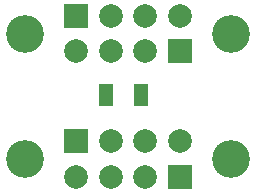
<source format=gbs>
G04 Layer_Color=16711935*
%FSLAX24Y24*%
%MOIN*%
G70*
G01*
G75*
%ADD19C,0.0789*%
%ADD20C,0.1261*%
%ADD21R,0.0789X0.0789*%
%ADD22R,0.0493X0.0769*%
D19*
X32081Y29016D02*
D03*
Y27835D02*
D03*
X30900D02*
D03*
X32081Y33189D02*
D03*
Y32008D02*
D03*
X30900D02*
D03*
X33189Y32008D02*
D03*
Y33189D02*
D03*
X34370D02*
D03*
X33189Y27835D02*
D03*
Y29016D02*
D03*
X34370D02*
D03*
D20*
X29199Y28425D02*
D03*
Y32598D02*
D03*
X36071Y32598D02*
D03*
Y28425D02*
D03*
D21*
X30900Y29016D02*
D03*
Y33189D02*
D03*
X34370Y32008D02*
D03*
Y27835D02*
D03*
D22*
X31909Y30551D02*
D03*
X33051D02*
D03*
M02*

</source>
